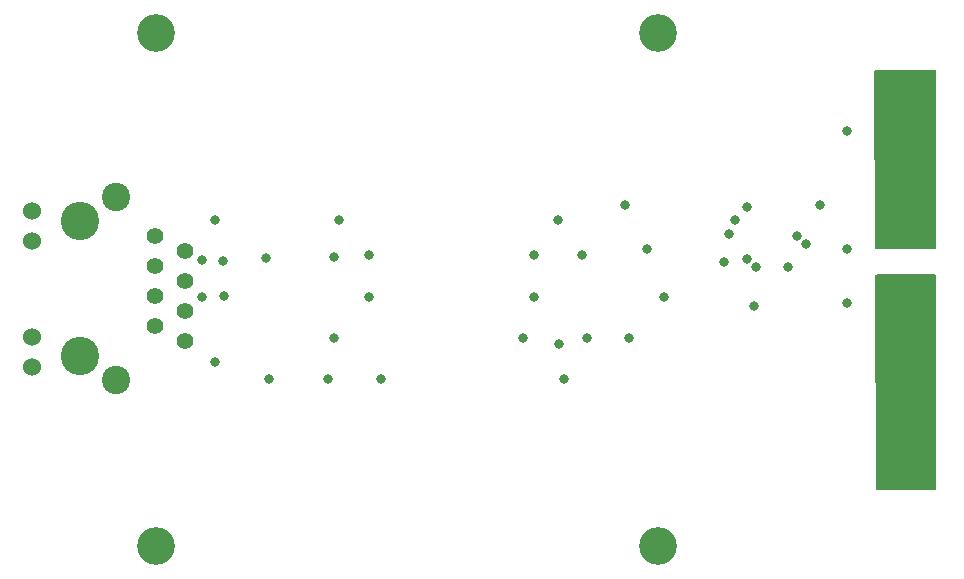
<source format=gbr>
%TF.GenerationSoftware,KiCad,Pcbnew,7.0.2*%
%TF.CreationDate,2024-05-24T17:29:10+02:00*%
%TF.ProjectId,dsoxlan,64736f78-6c61-46e2-9e6b-696361645f70,rev?*%
%TF.SameCoordinates,Original*%
%TF.FileFunction,Soldermask,Bot*%
%TF.FilePolarity,Negative*%
%FSLAX46Y46*%
G04 Gerber Fmt 4.6, Leading zero omitted, Abs format (unit mm)*
G04 Created by KiCad (PCBNEW 7.0.2) date 2024-05-24 17:29:10*
%MOMM*%
%LPD*%
G01*
G04 APERTURE LIST*
%ADD10C,3.250000*%
%ADD11C,1.400000*%
%ADD12C,1.530000*%
%ADD13C,2.400000*%
%ADD14R,3.600000X0.550000*%
%ADD15C,3.200000*%
%ADD16C,0.800000*%
G04 APERTURE END LIST*
D10*
%TO.C,P1*%
X121050001Y-94060000D03*
X121050001Y-82630000D03*
D11*
X127400001Y-83900000D03*
X129940001Y-85170000D03*
X127400001Y-86440000D03*
X129940001Y-87710000D03*
X127400001Y-88980000D03*
X129940001Y-90250000D03*
X127400001Y-91520000D03*
X129940001Y-92790000D03*
D12*
X116970001Y-81715000D03*
X116970001Y-84255000D03*
X116970001Y-92435000D03*
X116970001Y-94975000D03*
D13*
X124100001Y-96090000D03*
X124100001Y-80600000D03*
%TD*%
D14*
%TO.C,P2*%
X190754000Y-104750000D03*
X190754000Y-103950000D03*
X190754000Y-103150000D03*
X190754000Y-102350000D03*
X190754000Y-101550000D03*
X190754000Y-100750000D03*
X190754000Y-99950000D03*
X190754000Y-99150000D03*
X190754000Y-98350000D03*
X190754000Y-97550000D03*
X190754000Y-96750000D03*
X190754000Y-95950000D03*
X190754000Y-95150000D03*
X190754000Y-94350000D03*
X190754000Y-93550000D03*
X190754000Y-92750000D03*
X190754000Y-91950000D03*
X190754000Y-91150000D03*
X190754000Y-90350000D03*
X190754000Y-89550000D03*
X190754000Y-88750000D03*
X190754000Y-87950000D03*
X190754000Y-83950000D03*
X190754000Y-83150000D03*
X190754000Y-82350000D03*
X190754000Y-81550000D03*
X190754000Y-80750000D03*
X190754000Y-79950000D03*
X190754000Y-79150000D03*
X190754000Y-78350000D03*
X190754000Y-77550000D03*
X190754000Y-76750000D03*
X190754000Y-75950000D03*
X190754000Y-75150000D03*
X190754000Y-74350000D03*
X190754000Y-73550000D03*
X190754000Y-72750000D03*
X190754000Y-71950000D03*
X190754000Y-71150000D03*
X190754000Y-70350000D03*
%TD*%
D15*
%TO.C,H102*%
X127500000Y-110142000D03*
%TD*%
%TO.C,H101*%
X127500000Y-66642000D03*
%TD*%
%TO.C,H103*%
X170000000Y-66642000D03*
%TD*%
%TO.C,H104*%
X170000000Y-110142000D03*
%TD*%
D16*
X175600000Y-86100000D03*
X133100000Y-86000000D03*
X131400000Y-85900000D03*
X182471232Y-84571232D03*
X181728768Y-83828768D03*
X131400000Y-89000000D03*
X178294074Y-86492667D03*
X177528768Y-85774500D03*
X132500000Y-94500000D03*
X163500000Y-85500000D03*
X183680000Y-81280000D03*
X142500000Y-85680500D03*
X146500000Y-96000000D03*
X178100000Y-89800000D03*
X186000000Y-85000000D03*
X159500000Y-85500000D03*
X145500000Y-89000000D03*
X132500000Y-82500000D03*
X142500000Y-92500000D03*
X145500000Y-85500000D03*
X136800000Y-85700000D03*
X186000000Y-89500000D03*
X161500000Y-82500000D03*
X170500000Y-89000000D03*
X186000000Y-75000000D03*
X133200000Y-88967152D03*
X167199272Y-81245799D03*
X164000000Y-92500000D03*
X181000000Y-86500000D03*
X143000000Y-82500000D03*
X176000000Y-83725500D03*
X177500000Y-81400500D03*
X137000000Y-96000000D03*
X162000000Y-96000000D03*
X142000000Y-96000000D03*
X159500000Y-89000000D03*
X167500000Y-92500000D03*
X158500000Y-92500000D03*
X169000000Y-85000000D03*
X161600000Y-93000000D03*
X176500000Y-82500000D03*
G36*
X193491039Y-69819685D02*
G01*
X193536794Y-69872489D01*
X193548000Y-69924000D01*
X193548000Y-84839000D01*
X193528315Y-84906039D01*
X193475511Y-84951794D01*
X193424000Y-84963000D01*
X188466246Y-84963000D01*
X188399207Y-84943315D01*
X188353452Y-84890511D01*
X188342246Y-84839348D01*
X188300349Y-69924348D01*
X188319846Y-69857254D01*
X188372521Y-69811351D01*
X188424349Y-69800000D01*
X193424000Y-69800000D01*
X193491039Y-69819685D01*
G37*
G36*
X193491039Y-87141685D02*
G01*
X193536794Y-87194489D01*
X193548000Y-87246000D01*
X193548000Y-105276000D01*
X193528315Y-105343039D01*
X193475511Y-105388794D01*
X193424000Y-105400000D01*
X188523653Y-105400000D01*
X188456614Y-105380315D01*
X188410859Y-105327511D01*
X188399653Y-105276348D01*
X188349006Y-87246348D01*
X188368503Y-87179254D01*
X188421178Y-87133351D01*
X188473006Y-87122000D01*
X193424000Y-87122000D01*
X193491039Y-87141685D01*
G37*
M02*

</source>
